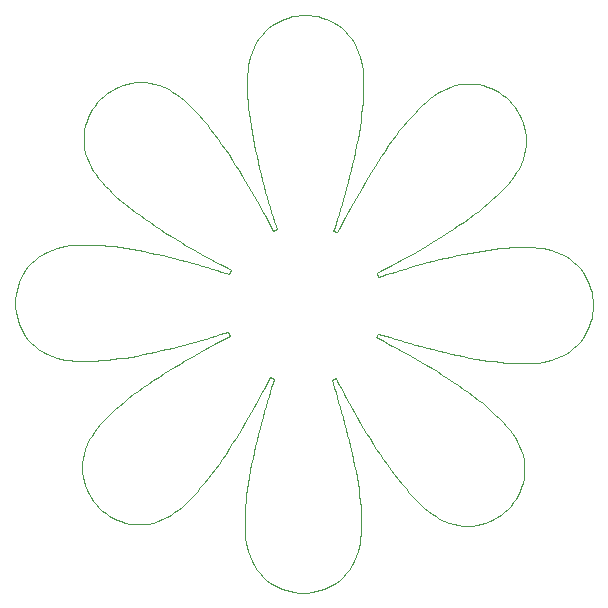
<source format=gko>
G04 #@! TF.FileFunction,Profile,NP*
%FSLAX46Y46*%
G04 Gerber Fmt 4.6, Leading zero omitted, Abs format (unit mm)*
G04 Created by KiCad (PCBNEW (2015-11-24 BZR 6329)-product) date Wed 06 Apr 2016 07:53:13 PM EDT*
%MOMM*%
G01*
G04 APERTURE LIST*
%ADD10C,0.100000*%
G04 APERTURE END LIST*
D10*
X174926700Y-54190700D02*
X174926700Y-54190700D01*
X175296900Y-54204400D02*
X174926700Y-54190700D01*
X175665300Y-54245500D02*
X175296900Y-54204400D01*
X176030000Y-54314300D02*
X175665300Y-54245500D01*
X176389200Y-54410500D02*
X176030000Y-54314300D01*
X176740800Y-54534200D02*
X176389200Y-54410500D01*
X177083200Y-54685300D02*
X176740800Y-54534200D01*
X177414400Y-54863900D02*
X177083200Y-54685300D01*
X177732500Y-55070000D02*
X177414400Y-54863900D01*
X178035700Y-55303600D02*
X177732500Y-55070000D01*
X178322100Y-55564600D02*
X178035700Y-55303600D01*
X178589800Y-55853200D02*
X178322100Y-55564600D01*
X178837100Y-56169200D02*
X178589800Y-55853200D01*
X179061800Y-56512800D02*
X178837100Y-56169200D01*
X179262300Y-56883600D02*
X179061800Y-56512800D01*
X179436700Y-57282100D02*
X179262300Y-56883600D01*
X179582900Y-57708000D02*
X179436700Y-57282100D01*
X179676000Y-58063200D02*
X179582900Y-57708000D01*
X179750000Y-58441000D02*
X179676000Y-58063200D01*
X179806000Y-58840000D02*
X179750000Y-58441000D01*
X179844600Y-59258500D02*
X179806000Y-58840000D01*
X179866800Y-59694800D02*
X179844600Y-59258500D01*
X179873300Y-60147600D02*
X179866800Y-59694800D01*
X179865300Y-60615100D02*
X179873300Y-60147600D01*
X179843200Y-61096000D02*
X179865300Y-60615100D01*
X179808000Y-61588300D02*
X179843200Y-61096000D01*
X179760700Y-62090500D02*
X179808000Y-61588300D01*
X179701900Y-62601400D02*
X179760700Y-62090500D01*
X179632600Y-63118900D02*
X179701900Y-62601400D01*
X179553600Y-63641700D02*
X179632600Y-63118900D01*
X179465800Y-64168200D02*
X179553600Y-63641700D01*
X179370000Y-64696700D02*
X179465800Y-64168200D01*
X179266900Y-65225700D02*
X179370000Y-64696700D01*
X179157600Y-65753600D02*
X179266900Y-65225700D01*
X179042800Y-66278600D02*
X179157600Y-65753600D01*
X178923300Y-66799600D02*
X179042800Y-66278600D01*
X178800000Y-67314600D02*
X178923300Y-66799600D01*
X178673900Y-67821900D02*
X178800000Y-67314600D01*
X178545500Y-68320400D02*
X178673900Y-67821900D01*
X178415800Y-68808200D02*
X178545500Y-68320400D01*
X178285800Y-69283700D02*
X178415800Y-68808200D01*
X178156200Y-69745500D02*
X178285800Y-69283700D01*
X178027900Y-70191800D02*
X178156200Y-69745500D01*
X177901500Y-70621100D02*
X178027900Y-70191800D01*
X177778200Y-71031800D02*
X177901500Y-70621100D01*
X177658700Y-71422400D02*
X177778200Y-71031800D01*
X177543700Y-71791100D02*
X177658700Y-71422400D01*
X177434300Y-72136500D02*
X177543700Y-71791100D01*
X177331200Y-72456900D02*
X177434300Y-72136500D01*
X177650700Y-72602600D02*
X177331200Y-72456900D01*
X177806200Y-72298500D02*
X177650700Y-72602600D01*
X177974600Y-71972900D02*
X177806200Y-72298500D01*
X178155300Y-71627800D02*
X177974600Y-71972900D01*
X178347600Y-71264600D02*
X178155300Y-71627800D01*
X178551400Y-70885100D02*
X178347600Y-71264600D01*
X178765700Y-70491100D02*
X178551400Y-70885100D01*
X178990400Y-70084000D02*
X178765700Y-70491100D01*
X179224700Y-69665800D02*
X178990400Y-70084000D01*
X179468200Y-69237900D02*
X179224700Y-69665800D01*
X179720400Y-68802200D02*
X179468200Y-69237900D01*
X179980800Y-68360100D02*
X179720400Y-68802200D01*
X180248900Y-67913600D02*
X179980800Y-68360100D01*
X180524000Y-67464300D02*
X180248900Y-67913600D01*
X180805800Y-67013700D02*
X180524000Y-67464300D01*
X181093700Y-66563600D02*
X180805800Y-67013700D01*
X181387300Y-66115800D02*
X181093700Y-66563600D01*
X181686000Y-65671800D02*
X181387300Y-66115800D01*
X181989200Y-65233300D02*
X181686000Y-65671800D01*
X182296400Y-64802200D02*
X181989200Y-65233300D01*
X182607200Y-64379800D02*
X182296400Y-64802200D01*
X182921100Y-63968000D02*
X182607200Y-64379800D01*
X183237500Y-63568700D02*
X182921100Y-63968000D01*
X183556000Y-63183200D02*
X183237500Y-63568700D01*
X183875800Y-62813300D02*
X183556000Y-63183200D01*
X184196700Y-62460800D02*
X183875800Y-62813300D01*
X184518000Y-62127400D02*
X184196700Y-62460800D01*
X184839400Y-61814400D02*
X184518000Y-62127400D01*
X185160100Y-61524000D02*
X184839400Y-61814400D01*
X185479900Y-61257500D02*
X185160100Y-61524000D01*
X185797900Y-61016800D02*
X185479900Y-61257500D01*
X186113900Y-60803500D02*
X185797900Y-61016800D01*
X186427500Y-60619300D02*
X186113900Y-60803500D01*
X186831200Y-60420800D02*
X186427500Y-60619300D01*
X187235500Y-60261500D02*
X186831200Y-60420800D01*
X187639000Y-60140300D02*
X187235500Y-60261500D01*
X188040100Y-60055700D02*
X187639000Y-60140300D01*
X188437900Y-60006500D02*
X188040100Y-60055700D01*
X188830700Y-59991200D02*
X188437900Y-60006500D01*
X189217200Y-60008700D02*
X188830700Y-59991200D01*
X189596400Y-60057500D02*
X189217200Y-60008700D01*
X189966700Y-60136200D02*
X189596400Y-60057500D01*
X190326800Y-60243900D02*
X189966700Y-60136200D01*
X190675500Y-60378700D02*
X190326800Y-60243900D01*
X191011400Y-60539700D02*
X190675500Y-60378700D01*
X191333200Y-60725500D02*
X191011400Y-60539700D01*
X191639400Y-60934700D02*
X191333200Y-60725500D01*
X191929000Y-61166000D02*
X191639400Y-60934700D01*
X192200500Y-61418000D02*
X191929000Y-61166000D01*
X192452600Y-61689600D02*
X192200500Y-61418000D01*
X192684000Y-61979200D02*
X192452600Y-61689600D01*
X192893300Y-62285700D02*
X192684000Y-61979200D01*
X193079200Y-62607600D02*
X192893300Y-62285700D01*
X193240400Y-62943700D02*
X193079200Y-62607600D01*
X193375700Y-63292800D02*
X193240400Y-62943700D01*
X193483500Y-63653200D02*
X193375700Y-63292800D01*
X193562800Y-64023900D02*
X193483500Y-63653200D01*
X193611900Y-64403300D02*
X193562800Y-64023900D01*
X193629900Y-64790500D02*
X193611900Y-64403300D01*
X193615100Y-65183900D02*
X193629900Y-64790500D01*
X193566500Y-65582100D02*
X193615100Y-65183900D01*
X193482500Y-65983900D02*
X193566500Y-65582100D01*
X193361900Y-66387900D02*
X193482500Y-65983900D01*
X193203500Y-66792900D02*
X193361900Y-66387900D01*
X193005800Y-67197600D02*
X193203500Y-66792900D01*
X192820300Y-67514700D02*
X193005800Y-67197600D01*
X192605400Y-67834300D02*
X192820300Y-67514700D01*
X192362600Y-68156100D02*
X192605400Y-67834300D01*
X192093900Y-68479600D02*
X192362600Y-68156100D01*
X191800700Y-68804000D02*
X192093900Y-68479600D01*
X191485000Y-69129000D02*
X191800700Y-68804000D01*
X191148500Y-69454200D02*
X191485000Y-69129000D01*
X190792600Y-69778600D02*
X191148500Y-69454200D01*
X190419300Y-70102100D02*
X190792600Y-69778600D01*
X190030400Y-70423900D02*
X190419300Y-70102100D01*
X189627300Y-70743700D02*
X190030400Y-70423900D01*
X189212200Y-71060800D02*
X189627300Y-70743700D01*
X188786400Y-71374900D02*
X189212200Y-71060800D01*
X188351800Y-71685100D02*
X188786400Y-71374900D01*
X187910000Y-71991100D02*
X188351800Y-71685100D01*
X187462800Y-72292500D02*
X187910000Y-71991100D01*
X187011900Y-72588600D02*
X187462800Y-72292500D01*
X186559200Y-72878700D02*
X187011900Y-72588600D01*
X186106200Y-73162600D02*
X186559200Y-72878700D01*
X185654700Y-73439700D02*
X186106200Y-73162600D01*
X185206400Y-73709400D02*
X185654700Y-73439700D01*
X184763000Y-73971100D02*
X185206400Y-73709400D01*
X184326400Y-74224400D02*
X184763000Y-73971100D01*
X183898000Y-74468700D02*
X184326400Y-74224400D01*
X183479700Y-74703600D02*
X183898000Y-74468700D01*
X183073500Y-74928300D02*
X183479700Y-74703600D01*
X182680500Y-75142600D02*
X183073500Y-74928300D01*
X182302900Y-75345700D02*
X182680500Y-75142600D01*
X181942400Y-75537200D02*
X182302900Y-75345700D01*
X181600500Y-75716700D02*
X181942400Y-75537200D01*
X181279200Y-75883300D02*
X181600500Y-75716700D01*
X180979900Y-76036900D02*
X181279200Y-75883300D01*
X181114700Y-76361000D02*
X180979900Y-76036900D01*
X181440100Y-76255800D02*
X181114700Y-76361000D01*
X181789700Y-76144700D02*
X181440100Y-76255800D01*
X182161800Y-76028300D02*
X181789700Y-76144700D01*
X182554800Y-75907500D02*
X182161800Y-76028300D01*
X182967300Y-75783300D02*
X182554800Y-75907500D01*
X183397600Y-75656200D02*
X182967300Y-75783300D01*
X183844300Y-75527300D02*
X183397600Y-75656200D01*
X184305700Y-75397300D02*
X183844300Y-75527300D01*
X184780300Y-75267100D02*
X184305700Y-75397300D01*
X185266700Y-75137500D02*
X184780300Y-75267100D01*
X185763000Y-75009200D02*
X185266700Y-75137500D01*
X186268000Y-74883000D02*
X185763000Y-75009200D01*
X186780100Y-74760000D02*
X186268000Y-74883000D01*
X187297600Y-74640800D02*
X186780100Y-74760000D01*
X187819200Y-74526400D02*
X187297600Y-74640800D01*
X188343000Y-74417500D02*
X187819200Y-74526400D01*
X188867600Y-74314900D02*
X188343000Y-74417500D01*
X189391700Y-74219300D02*
X188867600Y-74314900D01*
X189913500Y-74131800D02*
X189391700Y-74219300D01*
X190431400Y-74053200D02*
X189913500Y-74131800D01*
X190944000Y-73984000D02*
X190431400Y-74053200D01*
X191449700Y-73925400D02*
X190944000Y-73984000D01*
X191946900Y-73878200D02*
X191449700Y-73925400D01*
X192434200Y-73842900D02*
X191946900Y-73878200D01*
X192909900Y-73820700D02*
X192434200Y-73842900D01*
X193372500Y-73812100D02*
X192909900Y-73820700D01*
X193820500Y-73818200D02*
X193372500Y-73812100D01*
X194252300Y-73839600D02*
X193820500Y-73818200D01*
X194666400Y-73877400D02*
X194252300Y-73839600D01*
X195061100Y-73932100D02*
X194666400Y-73877400D01*
X195435100Y-74004600D02*
X195061100Y-73932100D01*
X195786700Y-74096000D02*
X195435100Y-74004600D01*
X196212600Y-74241100D02*
X195786700Y-74096000D01*
X196611100Y-74414400D02*
X196212600Y-74241100D01*
X196982100Y-74613900D02*
X196611100Y-74414400D01*
X197325500Y-74837900D02*
X196982100Y-74613900D01*
X197641500Y-75084200D02*
X197325500Y-74837900D01*
X197930100Y-75351200D02*
X197641500Y-75084200D01*
X198191100Y-75636900D02*
X197930100Y-75351200D01*
X198424700Y-75939600D02*
X198191100Y-75636900D01*
X198630800Y-76257100D02*
X198424700Y-75939600D01*
X198809400Y-76587800D02*
X198630800Y-76257100D01*
X198960700Y-76929800D02*
X198809400Y-76587800D01*
X199084300Y-77281100D02*
X198960700Y-76929800D01*
X199180400Y-77640000D02*
X199084300Y-77281100D01*
X199249200Y-78004600D02*
X199180400Y-77640000D01*
X199290400Y-78372900D02*
X199249200Y-78004600D01*
X199304200Y-78743000D02*
X199290400Y-78372900D01*
X199290400Y-79113300D02*
X199304200Y-78743000D01*
X199249200Y-79481800D02*
X199290400Y-79113300D01*
X199180400Y-79846500D02*
X199249200Y-79481800D01*
X199084300Y-80205700D02*
X199180400Y-79846500D01*
X198960500Y-80557300D02*
X199084300Y-80205700D01*
X198809400Y-80899700D02*
X198960500Y-80557300D01*
X198630800Y-81230800D02*
X198809400Y-80899700D01*
X198424700Y-81549000D02*
X198630800Y-81230800D01*
X198191100Y-81852200D02*
X198424700Y-81549000D01*
X197930100Y-82138600D02*
X198191100Y-81852200D01*
X197641500Y-82406200D02*
X197930100Y-82138600D01*
X197325500Y-82653500D02*
X197641500Y-82406200D01*
X196982100Y-82878200D02*
X197325500Y-82653500D01*
X196611100Y-83078700D02*
X196982100Y-82878200D01*
X196212600Y-83253000D02*
X196611100Y-83078700D01*
X195786700Y-83399300D02*
X196212600Y-83253000D01*
X195433300Y-83491900D02*
X195786700Y-83399300D01*
X195057600Y-83565700D02*
X195433300Y-83491900D01*
X194661000Y-83621500D02*
X195057600Y-83565700D01*
X194244800Y-83660300D02*
X194661000Y-83621500D01*
X193810800Y-83682600D02*
X194244800Y-83660300D01*
X193360700Y-83689600D02*
X193810800Y-83682600D01*
X192895800Y-83681800D02*
X193360700Y-83689600D01*
X192417800Y-83660400D02*
X192895800Y-83681800D01*
X191928300Y-83626000D02*
X192417800Y-83660400D01*
X191428700Y-83579300D02*
X191928300Y-83626000D01*
X190920800Y-83521400D02*
X191428700Y-83579300D01*
X190406000Y-83452900D02*
X190920800Y-83521400D01*
X189885800Y-83374800D02*
X190406000Y-83452900D01*
X189361900Y-83288000D02*
X189885800Y-83374800D01*
X188836000Y-83193000D02*
X189361900Y-83288000D01*
X188309400Y-83091100D02*
X188836000Y-83193000D01*
X187783900Y-82982800D02*
X188309400Y-83091100D01*
X187260800Y-82868900D02*
X187783900Y-82982800D01*
X186741800Y-82750300D02*
X187260800Y-82868900D01*
X186228500Y-82627900D02*
X186741800Y-82750300D01*
X185722500Y-82502500D02*
X186228500Y-82627900D01*
X185225300Y-82374800D02*
X185722500Y-82502500D01*
X184738500Y-82246000D02*
X185225300Y-82374800D01*
X184263500Y-82116500D02*
X184738500Y-82246000D01*
X183802100Y-81987300D02*
X184263500Y-82116500D01*
X183355700Y-81859400D02*
X183802100Y-81987300D01*
X182926000Y-81733300D02*
X183355700Y-81859400D01*
X182514400Y-81610100D02*
X182926000Y-81733300D01*
X182122800Y-81490500D02*
X182514400Y-81610100D01*
X181752300Y-81375400D02*
X182122800Y-81490500D01*
X181404800Y-81265700D02*
X181752300Y-81375400D01*
X181081900Y-81161900D02*
X181404800Y-81265700D01*
X180945000Y-81493700D02*
X181081900Y-81161900D01*
X181251800Y-81651000D02*
X180945000Y-81493700D01*
X181579300Y-81820800D02*
X181251800Y-81651000D01*
X181926000Y-82002600D02*
X181579300Y-81820800D01*
X182290000Y-82196100D02*
X181926000Y-82002600D01*
X182670000Y-82400400D02*
X182290000Y-82196100D01*
X183064200Y-82615400D02*
X182670000Y-82400400D01*
X183470800Y-82840300D02*
X183064200Y-82615400D01*
X183888300Y-83074800D02*
X183470800Y-82840300D01*
X184315000Y-83318300D02*
X183888300Y-83074800D01*
X184749300Y-83570300D02*
X184315000Y-83318300D01*
X185189600Y-83830100D02*
X184749300Y-83570300D01*
X185634000Y-84097600D02*
X185189600Y-83830100D01*
X186081100Y-84372100D02*
X185634000Y-84097600D01*
X186529200Y-84653000D02*
X186081100Y-84372100D01*
X186976500Y-84939900D02*
X186529200Y-84653000D01*
X187421500Y-85232200D02*
X186976500Y-84939900D01*
X187862500Y-85529600D02*
X187421500Y-85232200D01*
X188297800Y-85831400D02*
X187862500Y-85529600D01*
X188726000Y-86137200D02*
X188297800Y-85831400D01*
X189145000Y-86446500D02*
X188726000Y-86137200D01*
X189553600Y-86758600D02*
X189145000Y-86446500D01*
X189949800Y-87073200D02*
X189553600Y-86758600D01*
X190332200Y-87389800D02*
X189949800Y-87073200D01*
X190699000Y-87707900D02*
X190332200Y-87389800D01*
X191048600Y-88026800D02*
X190699000Y-87707900D01*
X191379300Y-88346200D02*
X191048600Y-88026800D01*
X191689600Y-88665500D02*
X191379300Y-88346200D01*
X191977800Y-88984200D02*
X191689600Y-88665500D01*
X192241900Y-89301900D02*
X191977800Y-88984200D01*
X192480800Y-89617900D02*
X192241900Y-89301900D01*
X192692500Y-89931900D02*
X192480800Y-89617900D01*
X192875500Y-90243300D02*
X192692500Y-89931900D01*
X193074000Y-90647100D02*
X192875500Y-90243300D01*
X193233200Y-91051400D02*
X193074000Y-90647100D01*
X193354400Y-91454800D02*
X193233200Y-91051400D01*
X193439000Y-91856000D02*
X193354400Y-91454800D01*
X193488300Y-92253700D02*
X193439000Y-91856000D01*
X193503600Y-92646500D02*
X193488300Y-92253700D01*
X193486100Y-93033200D02*
X193503600Y-92646500D01*
X193437400Y-93412340D02*
X193486100Y-93033200D01*
X193358500Y-93782610D02*
X193437400Y-93412340D01*
X193251000Y-94142790D02*
X193358500Y-93782610D01*
X193116000Y-94491490D02*
X193251000Y-94142790D01*
X192955000Y-94827420D02*
X193116000Y-94491490D01*
X192769200Y-95149200D02*
X192955000Y-94827420D01*
X192560000Y-95455570D02*
X192769200Y-95149200D01*
X192328700Y-95745170D02*
X192560000Y-95455570D01*
X192076700Y-96016710D02*
X192328700Y-95745170D01*
X191805100Y-96268780D02*
X192076700Y-96016710D01*
X191515500Y-96500170D02*
X191805100Y-96268780D01*
X191209000Y-96709530D02*
X191515500Y-96500170D01*
X190887100Y-96895460D02*
X191209000Y-96709530D01*
X190551000Y-97056700D02*
X190887100Y-96895460D01*
X190202100Y-97191950D02*
X190551000Y-97056700D01*
X189841500Y-97299860D02*
X190202100Y-97191950D01*
X189470800Y-97379070D02*
X189841500Y-97299860D01*
X189091400Y-97428280D02*
X189470800Y-97379070D01*
X188704200Y-97446240D02*
X189091400Y-97428280D01*
X188310800Y-97431490D02*
X188704200Y-97446240D01*
X187912600Y-97382820D02*
X188310800Y-97431490D01*
X187510800Y-97298890D02*
X187912600Y-97382820D01*
X187106800Y-97178280D02*
X187510800Y-97298890D01*
X186701800Y-97019810D02*
X187106800Y-97178280D01*
X186297200Y-96822100D02*
X186701800Y-97019810D01*
X185984400Y-96639320D02*
X186297200Y-96822100D01*
X185669000Y-96427740D02*
X185984400Y-96639320D01*
X185351500Y-96188970D02*
X185669000Y-96427740D01*
X185032400Y-95924750D02*
X185351500Y-96188970D01*
X184712200Y-95636670D02*
X185032400Y-95924750D01*
X184391400Y-95326450D02*
X184712200Y-95636670D01*
X184070400Y-94995670D02*
X184391400Y-95326450D01*
X183750000Y-94646000D02*
X184070400Y-94995670D01*
X183430400Y-94279140D02*
X183750000Y-94646000D01*
X183112400Y-93896710D02*
X183430400Y-94279140D01*
X182796200Y-93500430D02*
X183112400Y-93896710D01*
X182482500Y-93091900D02*
X182796200Y-93500430D01*
X182171900Y-92672800D02*
X182482500Y-93091900D01*
X181864700Y-92244800D02*
X182171900Y-92672800D01*
X181561500Y-91809500D02*
X181864700Y-92244800D01*
X181262800Y-91368600D02*
X181561500Y-91809500D01*
X180969200Y-90923800D02*
X181262800Y-91368600D01*
X180681000Y-90476700D02*
X180969200Y-90923800D01*
X180398900Y-90028900D02*
X180681000Y-90476700D01*
X180123300Y-89582300D02*
X180398900Y-90028900D01*
X179854900Y-89138200D02*
X180123300Y-89582300D01*
X179593900Y-88698600D02*
X179854900Y-89138200D01*
X179341100Y-88265000D02*
X179593900Y-88698600D01*
X179096800Y-87838900D02*
X179341100Y-88265000D01*
X178861700Y-87422200D02*
X179096800Y-87838900D01*
X178636100Y-87016500D02*
X178861700Y-87422200D01*
X178420700Y-86623600D02*
X178636100Y-87016500D01*
X178216000Y-86244700D02*
X178420700Y-86623600D01*
X178022200Y-85881900D02*
X178216000Y-86244700D01*
X177840300Y-85536800D02*
X178022200Y-85881900D01*
X177670400Y-85210800D02*
X177840300Y-85536800D01*
X177513200Y-84906000D02*
X177670400Y-85210800D01*
X177173700Y-85051700D02*
X177513200Y-84906000D01*
X177280300Y-85383500D02*
X177173700Y-85051700D01*
X177392200Y-85738200D02*
X177280300Y-85383500D01*
X177508900Y-86114200D02*
X177392200Y-85738200D01*
X177629600Y-86510100D02*
X177508900Y-86114200D01*
X177753500Y-86924300D02*
X177629600Y-86510100D01*
X177879700Y-87355400D02*
X177753500Y-86924300D01*
X178007500Y-87801900D02*
X177879700Y-87355400D01*
X178136000Y-88262400D02*
X178007500Y-87801900D01*
X178264600Y-88735100D02*
X178136000Y-88262400D01*
X178392400Y-89218900D02*
X178264600Y-88735100D01*
X178518600Y-89712000D02*
X178392400Y-89218900D01*
X178642400Y-90213100D02*
X178518600Y-89712000D01*
X178763000Y-90720600D02*
X178642400Y-90213100D01*
X178879600Y-91233000D02*
X178763000Y-90720600D01*
X178991500Y-91748900D02*
X178879600Y-91233000D01*
X179097900Y-92266800D02*
X178991500Y-91748900D01*
X179197900Y-92785200D02*
X179097900Y-92266800D01*
X179290800Y-93302460D02*
X179197900Y-92785200D01*
X179375700Y-93817280D02*
X179290800Y-93302460D01*
X179451900Y-94328070D02*
X179375700Y-93817280D01*
X179518700Y-94833390D02*
X179451900Y-94328070D01*
X179575100Y-95331770D02*
X179518700Y-94833390D01*
X179620400Y-95821610D02*
X179575100Y-95331770D01*
X179653900Y-96301490D02*
X179620400Y-95821610D01*
X179674700Y-96769970D02*
X179653900Y-96301490D01*
X179682100Y-97225480D02*
X179674700Y-96769970D01*
X179675100Y-97666500D02*
X179682100Y-97225480D01*
X179653200Y-98091640D02*
X179675100Y-97666500D01*
X179615300Y-98499410D02*
X179653200Y-98091640D01*
X179560800Y-98888180D02*
X179615300Y-98499410D01*
X179488900Y-99256630D02*
X179560800Y-98888180D01*
X179398900Y-99603140D02*
X179488900Y-99256630D01*
X179253600Y-100029030D02*
X179398900Y-99603140D01*
X179080300Y-100427520D02*
X179253600Y-100029030D01*
X178880800Y-100798500D02*
X179080300Y-100427520D01*
X178656900Y-101141990D02*
X178880800Y-100798500D01*
X178410500Y-101458020D02*
X178656900Y-101141990D01*
X178143600Y-101746530D02*
X178410500Y-101458020D01*
X177857800Y-102007600D02*
X178143600Y-101746530D01*
X177555300Y-102241161D02*
X177857800Y-102007600D01*
X177237600Y-102447269D02*
X177555300Y-102241161D01*
X176906900Y-102625872D02*
X177237600Y-102447269D01*
X176565000Y-102777022D02*
X176906900Y-102625872D01*
X176213600Y-102900667D02*
X176565000Y-102777022D01*
X175854700Y-102996857D02*
X176213600Y-102900667D01*
X175490100Y-103065542D02*
X175854700Y-102996857D01*
X175121900Y-103106775D02*
X175490100Y-103065542D01*
X174751700Y-103120501D02*
X175121900Y-103106775D01*
X174381400Y-103106721D02*
X174751700Y-103120501D01*
X174013000Y-103065542D02*
X174381400Y-103106721D01*
X173648200Y-102996803D02*
X174013000Y-103065542D01*
X173289200Y-102900667D02*
X173648200Y-102996803D01*
X172937400Y-102776968D02*
X173289200Y-102900667D01*
X172595100Y-102625818D02*
X172937400Y-102776968D01*
X172263900Y-102447215D02*
X172595100Y-102625818D01*
X171945800Y-102241107D02*
X172263900Y-102447215D01*
X171642600Y-102007550D02*
X171945800Y-102241107D01*
X171356200Y-101746470D02*
X171642600Y-102007550D01*
X171088500Y-101457960D02*
X171356200Y-101746470D01*
X170841200Y-101141930D02*
X171088500Y-101457960D01*
X170616500Y-100798450D02*
X170841200Y-101141930D01*
X170416000Y-100427460D02*
X170616500Y-100798450D01*
X170241700Y-100029030D02*
X170416000Y-100427460D01*
X170095400Y-99603140D02*
X170241700Y-100029030D01*
X170004000Y-99254890D02*
X170095400Y-99603140D01*
X169931000Y-98884600D02*
X170004000Y-99254890D01*
X169875400Y-98493820D02*
X169931000Y-98884600D01*
X169836400Y-98083990D02*
X169875400Y-98493820D01*
X169813500Y-97656680D02*
X169836400Y-98083990D01*
X169805700Y-97213380D02*
X169813500Y-97656680D01*
X169812100Y-96755590D02*
X169805700Y-97213380D01*
X169832200Y-96284840D02*
X169812100Y-96755590D01*
X169864900Y-95802630D02*
X169832200Y-96284840D01*
X169909600Y-95310450D02*
X169864900Y-95802630D01*
X169965300Y-94809790D02*
X169909600Y-95310450D01*
X170031400Y-94302200D02*
X169965300Y-94809790D01*
X170107100Y-93789230D02*
X170031400Y-94302200D01*
X170191400Y-93272310D02*
X170107100Y-93789230D01*
X170283700Y-92752900D02*
X170191400Y-93272310D01*
X170383200Y-92232700D02*
X170283700Y-92752900D01*
X170488900Y-91713100D02*
X170383200Y-92232700D01*
X170600300Y-91195600D02*
X170488900Y-91713100D01*
X170716200Y-90681600D02*
X170600300Y-91195600D01*
X170836200Y-90172900D02*
X170716200Y-90681600D01*
X170959400Y-89670800D02*
X170836200Y-90172900D01*
X171085000Y-89176800D02*
X170959400Y-89670800D01*
X171211900Y-88692500D02*
X171085000Y-89176800D01*
X171339700Y-88219300D02*
X171211900Y-88692500D01*
X171467500Y-87758900D02*
X171339700Y-88219300D01*
X171594400Y-87312500D02*
X171467500Y-87758900D01*
X171719600Y-86881900D02*
X171594400Y-87312500D01*
X171842500Y-86468600D02*
X171719600Y-86881900D01*
X171962100Y-86073900D02*
X171842500Y-86468600D01*
X172077600Y-85699400D02*
X171962100Y-86073900D01*
X172188300Y-85346800D02*
X172077600Y-85699400D01*
X172293300Y-85017200D02*
X172188300Y-85346800D01*
X171947200Y-84869000D02*
X172293300Y-85017200D01*
X171786700Y-85180700D02*
X171947200Y-84869000D01*
X171614000Y-85512100D02*
X171786700Y-85180700D01*
X171429800Y-85861400D02*
X171614000Y-85512100D01*
X171234400Y-86227300D02*
X171429800Y-85861400D01*
X171028600Y-86608000D02*
X171234400Y-86227300D01*
X170812600Y-87002100D02*
X171028600Y-86608000D01*
X170587100Y-87407800D02*
X170812600Y-87002100D01*
X170352400Y-87823700D02*
X170587100Y-87407800D01*
X170109000Y-88248000D02*
X170352400Y-87823700D01*
X169857500Y-88679300D02*
X170109000Y-88248000D01*
X169598300Y-89115800D02*
X169857500Y-88679300D01*
X169331900Y-89556200D02*
X169598300Y-89115800D01*
X169058900Y-89998500D02*
X169331900Y-89556200D01*
X168779600Y-90441500D02*
X169058900Y-89998500D01*
X168494700Y-90883500D02*
X168779600Y-90441500D01*
X168204400Y-91322800D02*
X168494700Y-90883500D01*
X167909600Y-91757800D02*
X168204400Y-91322800D01*
X167610400Y-92187000D02*
X167909600Y-91757800D01*
X167307600Y-92608800D02*
X167610400Y-92187000D01*
X167001400Y-93021500D02*
X167307600Y-92608800D01*
X166692500Y-93423730D02*
X167001400Y-93021500D01*
X166381200Y-93813640D02*
X166692500Y-93423730D01*
X166068300Y-94189840D02*
X166381200Y-93813640D01*
X165754000Y-94550630D02*
X166068300Y-94189840D01*
X165438900Y-94894430D02*
X165754000Y-94550630D01*
X165123300Y-95219680D02*
X165438900Y-94894430D01*
X164808000Y-95524740D02*
X165123300Y-95219680D01*
X164493500Y-95808000D02*
X164808000Y-95524740D01*
X164179900Y-96067990D02*
X164493500Y-95808000D01*
X163868000Y-96303020D02*
X164179900Y-96067990D01*
X163558200Y-96511450D02*
X163868000Y-96303020D01*
X163251000Y-96691850D02*
X163558200Y-96511450D01*
X162847100Y-96890310D02*
X163251000Y-96691850D01*
X162442800Y-97049540D02*
X162847100Y-96890310D01*
X162039400Y-97170790D02*
X162442800Y-97049540D01*
X161638200Y-97255380D02*
X162039400Y-97170790D01*
X161240500Y-97304640D02*
X161638200Y-97255380D01*
X160847700Y-97319880D02*
X161240500Y-97304640D01*
X160461100Y-97302460D02*
X160847700Y-97319880D01*
X160081990Y-97253640D02*
X160461100Y-97302460D01*
X159711710Y-97174810D02*
X160081990Y-97253640D01*
X159351520Y-97067280D02*
X159711710Y-97174810D01*
X159002840Y-96932350D02*
X159351520Y-97067280D01*
X158666950Y-96771320D02*
X159002840Y-96932350D01*
X158345230Y-96585560D02*
X158666950Y-96771320D01*
X158038860Y-96376420D02*
X158345230Y-96585560D01*
X157749310Y-96145130D02*
X158038860Y-96376420D01*
X157477820Y-95893070D02*
X157749310Y-96145130D01*
X157225710Y-95621530D02*
X157477820Y-95893070D01*
X156994360Y-95331880D02*
X157225710Y-95621530D01*
X156785060Y-95025390D02*
X156994360Y-95331880D01*
X156599130Y-94703460D02*
X156785060Y-95025390D01*
X156437890Y-94367350D02*
X156599130Y-94703460D01*
X156302700Y-94018390D02*
X156437890Y-94367350D01*
X156194840Y-93657930D02*
X156302700Y-94018390D01*
X156115630Y-93287280D02*
X156194840Y-93657930D01*
X156066360Y-92907700D02*
X156115630Y-93287280D01*
X156048460Y-92520600D02*
X156066360Y-92907700D01*
X156063210Y-92127300D02*
X156048460Y-92520600D01*
X156111880Y-91729100D02*
X156063210Y-92127300D01*
X156195860Y-91327300D02*
X156111880Y-91729100D01*
X156316420Y-90923200D02*
X156195860Y-91327300D01*
X156474890Y-90518200D02*
X156316420Y-90923200D01*
X156672640Y-90113600D02*
X156474890Y-90518200D01*
X156854240Y-89802700D02*
X156672640Y-90113600D01*
X157064360Y-89489200D02*
X156854240Y-89802700D01*
X157301340Y-89173600D02*
X157064360Y-89489200D01*
X157563600Y-88856200D02*
X157301340Y-89173600D01*
X157849520Y-88537900D02*
X157563600Y-88856200D01*
X158157410Y-88218900D02*
X157849520Y-88537900D01*
X158485680Y-87899900D02*
X158157410Y-88218900D01*
X158832640Y-87581100D02*
X158485680Y-87899900D01*
X159196740Y-87263300D02*
X158832640Y-87581100D01*
X159576350Y-86946800D02*
X159196740Y-87263300D01*
X159969740Y-86632400D02*
X159576350Y-86946800D01*
X160375300Y-86320100D02*
X159969740Y-86632400D01*
X160791600Y-86011000D02*
X160375300Y-86320100D01*
X161216700Y-85705100D02*
X160791600Y-86011000D01*
X161649200Y-85403000D02*
X161216700Y-85705100D01*
X162087300Y-85105500D02*
X161649200Y-85403000D01*
X162529500Y-84813000D02*
X162087300Y-85105500D01*
X162974200Y-84525800D02*
X162529500Y-84813000D01*
X163419600Y-84244400D02*
X162974200Y-84525800D01*
X163864200Y-83969600D02*
X163419600Y-84244400D01*
X164306200Y-83701700D02*
X163864200Y-83969600D01*
X164744300Y-83441100D02*
X164306200Y-83701700D01*
X165176700Y-83188500D02*
X164744300Y-83441100D01*
X165601500Y-82944300D02*
X165176700Y-83188500D01*
X166017500Y-82708900D02*
X165601500Y-82944300D01*
X166422800Y-82483200D02*
X166017500Y-82708900D01*
X166815800Y-82267200D02*
X166422800Y-82483200D01*
X167195000Y-82061800D02*
X166815800Y-82267200D01*
X167558600Y-81867200D02*
X167195000Y-82061800D01*
X167905100Y-81684200D02*
X167558600Y-81867200D01*
X168232800Y-81512900D02*
X167905100Y-81684200D01*
X168540100Y-81354300D02*
X168232800Y-81512900D01*
X168403200Y-81003500D02*
X168540100Y-81354300D01*
X168069300Y-81110300D02*
X168403200Y-81003500D01*
X167713000Y-81222500D02*
X168069300Y-81110300D01*
X167335800Y-81339300D02*
X167713000Y-81222500D01*
X166939200Y-81460000D02*
X167335800Y-81339300D01*
X166524300Y-81583600D02*
X166939200Y-81460000D01*
X166092900Y-81709600D02*
X166524300Y-81583600D01*
X165646500Y-81836900D02*
X166092900Y-81709600D01*
X165186500Y-81965000D02*
X165646500Y-81836900D01*
X164714300Y-82093000D02*
X165186500Y-81965000D01*
X164231500Y-82220100D02*
X164714300Y-82093000D01*
X163739400Y-82345700D02*
X164231500Y-82220100D01*
X163239700Y-82468700D02*
X163739400Y-82345700D01*
X162733700Y-82588500D02*
X163239700Y-82468700D01*
X162222900Y-82704300D02*
X162733700Y-82588500D01*
X161708800Y-82815400D02*
X162222900Y-82704300D01*
X161192900Y-82921000D02*
X161708800Y-82815400D01*
X160676700Y-83020000D02*
X161192900Y-82921000D01*
X160161530Y-83112100D02*
X160676700Y-83020000D01*
X159648930Y-83196200D02*
X160161530Y-83112100D01*
X159140480Y-83271700D02*
X159648930Y-83196200D01*
X158637490Y-83337600D02*
X159140480Y-83271700D01*
X158141560Y-83393300D02*
X158637490Y-83337600D01*
X157654090Y-83438000D02*
X158141560Y-83393300D01*
X157176610Y-83471000D02*
X157654090Y-83438000D01*
X156710520Y-83491200D02*
X157176610Y-83471000D01*
X156257340Y-83498200D02*
X156710520Y-83491200D01*
X155818530Y-83491000D02*
X156257340Y-83498200D01*
X155395570Y-83468900D02*
X155818530Y-83491000D01*
X154989980Y-83431000D02*
X155395570Y-83468900D01*
X154603100Y-83376500D02*
X154989980Y-83431000D01*
X154236560Y-83304800D02*
X154603100Y-83376500D01*
X153891720Y-83215300D02*
X154236560Y-83304800D01*
X153465780Y-83070000D02*
X153891720Y-83215300D01*
X153067280Y-82896700D02*
X153465780Y-83070000D01*
X152696310Y-82697200D02*
X153067280Y-82896700D01*
X152352820Y-82473300D02*
X152696310Y-82697200D01*
X152036790Y-82226900D02*
X152352820Y-82473300D01*
X151748280Y-81959800D02*
X152036790Y-82226900D01*
X151487210Y-81674200D02*
X151748280Y-81959800D01*
X151253593Y-81371700D02*
X151487210Y-81674200D01*
X151047539Y-81054000D02*
X151253593Y-81371700D01*
X150868882Y-80723300D02*
X151047539Y-81054000D01*
X150717732Y-80381200D02*
X150868882Y-80723300D01*
X150594089Y-80030000D02*
X150717732Y-80381200D01*
X150497897Y-79671100D02*
X150594089Y-80030000D01*
X150429212Y-79306500D02*
X150497897Y-79671100D01*
X150387979Y-78938200D02*
X150429212Y-79306500D01*
X150374253Y-78568000D02*
X150387979Y-78938200D01*
X150387979Y-78197800D02*
X150374253Y-78568000D01*
X150429212Y-77829300D02*
X150387979Y-78197800D01*
X150497897Y-77464600D02*
X150429212Y-77829300D01*
X150594089Y-77105400D02*
X150497897Y-77464600D01*
X150717786Y-76753700D02*
X150594089Y-77105400D01*
X150868882Y-76411400D02*
X150717786Y-76753700D01*
X151047539Y-76080300D02*
X150868882Y-76411400D01*
X151253647Y-75762100D02*
X151047539Y-76080300D01*
X151487210Y-75458900D02*
X151253647Y-75762100D01*
X151748280Y-75172500D02*
X151487210Y-75458900D01*
X152036790Y-74904900D02*
X151748280Y-75172500D01*
X152352820Y-74657600D02*
X152036790Y-74904900D01*
X152696310Y-74432900D02*
X152352820Y-74657600D01*
X153067280Y-74232500D02*
X152696310Y-74432900D01*
X153465780Y-74058000D02*
X153067280Y-74232500D01*
X153891720Y-73911800D02*
X153465780Y-74058000D01*
X154241770Y-73820000D02*
X153891720Y-73911800D01*
X154614060Y-73746700D02*
X154241770Y-73820000D01*
X155007020Y-73691000D02*
X154614060Y-73746700D01*
X155419070Y-73652100D02*
X155007020Y-73691000D01*
X155848810Y-73629300D02*
X155419070Y-73652100D01*
X156294610Y-73621800D02*
X155848810Y-73629300D01*
X156754950Y-73628600D02*
X156294610Y-73621800D01*
X157228360Y-73649200D02*
X156754950Y-73628600D01*
X157713220Y-73682500D02*
X157228360Y-73649200D01*
X158208070Y-73727900D02*
X157713220Y-73682500D01*
X158711380Y-73784300D02*
X158208070Y-73727900D01*
X159221590Y-73851200D02*
X158711380Y-73784300D01*
X159737160Y-73927800D02*
X159221590Y-73851200D01*
X160256570Y-74013000D02*
X159737160Y-73927800D01*
X160778300Y-74106200D02*
X160256570Y-74013000D01*
X161300900Y-74206700D02*
X160778300Y-74106200D01*
X161822700Y-74313300D02*
X161300900Y-74206700D01*
X162342200Y-74425500D02*
X161822700Y-74313300D01*
X162857900Y-74542500D02*
X162342200Y-74425500D01*
X163368300Y-74663300D02*
X162857900Y-74542500D01*
X163871900Y-74787200D02*
X163368300Y-74663300D01*
X164367100Y-74913500D02*
X163871900Y-74787200D01*
X164852400Y-75041200D02*
X164367100Y-74913500D01*
X165326100Y-75169600D02*
X164852400Y-75041200D01*
X165786900Y-75297800D02*
X165326100Y-75169600D01*
X166233300Y-75425100D02*
X165786900Y-75297800D01*
X166663600Y-75550700D02*
X166233300Y-75425100D01*
X167076400Y-75673600D02*
X166663600Y-75550700D01*
X167470000Y-75793200D02*
X167076400Y-75673600D01*
X167843000Y-75908600D02*
X167470000Y-75793200D01*
X168193900Y-76019000D02*
X167843000Y-75908600D01*
X168521100Y-76123600D02*
X168193900Y-76019000D01*
X168678000Y-75789700D02*
X168521100Y-76123600D01*
X168368600Y-75630700D02*
X168678000Y-75789700D01*
X168039200Y-75459400D02*
X168368600Y-75630700D01*
X167691000Y-75276400D02*
X168039200Y-75459400D01*
X167326000Y-75081900D02*
X167691000Y-75276400D01*
X166945500Y-74876800D02*
X167326000Y-75081900D01*
X166551400Y-74661200D02*
X166945500Y-74876800D01*
X166145100Y-74436000D02*
X166551400Y-74661200D01*
X165728600Y-74201400D02*
X166145100Y-74436000D01*
X165303000Y-73957900D02*
X165728600Y-74201400D01*
X164870300Y-73706100D02*
X165303000Y-73957900D01*
X164431900Y-73446700D02*
X164870300Y-73706100D01*
X163989700Y-73179700D02*
X164431900Y-73446700D01*
X163545000Y-72906000D02*
X163989700Y-73179700D01*
X163099600Y-72626000D02*
X163545000Y-72906000D01*
X162655000Y-72340000D02*
X163099600Y-72626000D01*
X162213000Y-72048700D02*
X162655000Y-72340000D01*
X161775000Y-71752600D02*
X162213000Y-72048700D01*
X161342800Y-71452200D02*
X161775000Y-71752600D01*
X160918000Y-71147900D02*
X161342800Y-71452200D01*
X160502200Y-70840300D02*
X160918000Y-71147900D01*
X160096960Y-70529900D02*
X160502200Y-70840300D01*
X159703950Y-70216900D02*
X160096960Y-70529900D01*
X159324820Y-69902100D02*
X159703950Y-70216900D01*
X158961110Y-69586100D02*
X159324820Y-69902100D01*
X158614490Y-69269000D02*
X158961110Y-69586100D01*
X158286630Y-68951700D02*
X158614490Y-69269000D01*
X157979070Y-68634400D02*
X158286630Y-68951700D01*
X157693430Y-68317800D02*
X157979070Y-68634400D01*
X157431380Y-68002400D02*
X157693430Y-68317800D01*
X157194520Y-67688300D02*
X157431380Y-68002400D01*
X156984500Y-67376500D02*
X157194520Y-67688300D01*
X156802910Y-67067300D02*
X156984500Y-67376500D01*
X156604390Y-66663500D02*
X156802910Y-67067300D01*
X156445160Y-66259200D02*
X156604390Y-66663500D01*
X156323910Y-65855700D02*
X156445160Y-66259200D01*
X156239320Y-65454600D02*
X156323910Y-65855700D01*
X156190060Y-65056800D02*
X156239320Y-65454600D01*
X156174820Y-64664000D02*
X156190060Y-65056800D01*
X156192280Y-64277500D02*
X156174820Y-64664000D01*
X156241060Y-63898300D02*
X156192280Y-64277500D01*
X156319890Y-63528000D02*
X156241060Y-63898300D01*
X156427420Y-63167900D02*
X156319890Y-63528000D01*
X156562410Y-62819300D02*
X156427420Y-63167900D01*
X156723380Y-62483300D02*
X156562410Y-62819300D01*
X156909140Y-62161500D02*
X156723380Y-62483300D01*
X157118340Y-61855300D02*
X156909140Y-62161500D01*
X157349630Y-61565700D02*
X157118340Y-61855300D01*
X157601680Y-61294200D02*
X157349630Y-61565700D01*
X157873170Y-61042100D02*
X157601680Y-61294200D01*
X158162820Y-60810700D02*
X157873170Y-61042100D01*
X158469310Y-60601400D02*
X158162820Y-60810700D01*
X158791240Y-60415500D02*
X158469310Y-60601400D01*
X159127350Y-60254300D02*
X158791240Y-60415500D01*
X159476310Y-60119000D02*
X159127350Y-60254300D01*
X159836820Y-60011200D02*
X159476310Y-60119000D01*
X160207470Y-59931900D02*
X159836820Y-60011200D01*
X160587000Y-59882800D02*
X160207470Y-59931900D01*
X160974100Y-59864800D02*
X160587000Y-59882800D01*
X161367500Y-59879600D02*
X160974100Y-59864800D01*
X161765700Y-59928300D02*
X161367500Y-59879600D01*
X162167500Y-60012200D02*
X161765700Y-59928300D01*
X162571600Y-60132800D02*
X162167500Y-60012200D01*
X162976600Y-60291200D02*
X162571600Y-60132800D01*
X163381300Y-60489000D02*
X162976600Y-60291200D01*
X163696400Y-60673300D02*
X163381300Y-60489000D01*
X164014200Y-60886700D02*
X163696400Y-60673300D01*
X164334200Y-61127600D02*
X164014200Y-60886700D01*
X164655500Y-61394400D02*
X164334200Y-61127600D01*
X164978200Y-61685300D02*
X164655500Y-61394400D01*
X165301400Y-61998600D02*
X164978200Y-61685300D01*
X165624600Y-62332600D02*
X165301400Y-61998600D01*
X165947200Y-62685700D02*
X165624600Y-62332600D01*
X166268900Y-63056100D02*
X165947200Y-62685700D01*
X166589200Y-63442100D02*
X166268900Y-63056100D01*
X166907200Y-63842100D02*
X166589200Y-63442100D01*
X167222800Y-64254300D02*
X166907200Y-63842100D01*
X167535300Y-64677200D02*
X167222800Y-64254300D01*
X167844300Y-65108700D02*
X167535300Y-64677200D01*
X168149000Y-65547600D02*
X167844300Y-65108700D01*
X168449200Y-65992100D02*
X168149000Y-65547600D01*
X168744200Y-66440100D02*
X168449200Y-65992100D01*
X169033500Y-66890400D02*
X168744200Y-66440100D01*
X169316500Y-67341100D02*
X169033500Y-66890400D01*
X169592900Y-67790400D02*
X169316500Y-67341100D01*
X169862100Y-68236800D02*
X169592900Y-67790400D01*
X170123500Y-68678600D02*
X169862100Y-68236800D01*
X170376500Y-69113900D02*
X170123500Y-68678600D01*
X170620800Y-69541200D02*
X170376500Y-69113900D01*
X170855800Y-69958700D02*
X170620800Y-69541200D01*
X171081000Y-70364800D02*
X170855800Y-69958700D01*
X171295700Y-70757800D02*
X171081000Y-70364800D01*
X171499600Y-71136000D02*
X171295700Y-70757800D01*
X171692100Y-71497500D02*
X171499600Y-71136000D01*
X171872600Y-71840800D02*
X171692100Y-71497500D01*
X172040800Y-72164300D02*
X171872600Y-71840800D01*
X172196000Y-72466200D02*
X172040800Y-72164300D01*
X172531800Y-72340500D02*
X172196000Y-72466200D01*
X172426200Y-72012900D02*
X172531800Y-72340500D01*
X172314700Y-71661700D02*
X172426200Y-72012900D01*
X172198200Y-71288200D02*
X172314700Y-71661700D01*
X172077500Y-70894200D02*
X172198200Y-71288200D01*
X171953300Y-70481100D02*
X172077500Y-70894200D01*
X171826500Y-70050500D02*
X171953300Y-70481100D01*
X171698000Y-69603900D02*
X171826500Y-70050500D01*
X171568500Y-69142800D02*
X171698000Y-69603900D01*
X171438700Y-68668700D02*
X171568500Y-69142800D01*
X171309700Y-68183300D02*
X171438700Y-68668700D01*
X171182100Y-67687900D02*
X171309700Y-68183300D01*
X171056700Y-67184300D02*
X171182100Y-67687900D01*
X170934400Y-66673600D02*
X171056700Y-67184300D01*
X170816100Y-66157800D02*
X170934400Y-66673600D01*
X170702500Y-65638200D02*
X170816100Y-66157800D01*
X170594300Y-65116400D02*
X170702500Y-65638200D01*
X170492600Y-64593700D02*
X170594300Y-65116400D01*
X170397900Y-64071900D02*
X170492600Y-64593700D01*
X170311200Y-63552500D02*
X170397900Y-64071900D01*
X170233500Y-63036900D02*
X170311200Y-63552500D01*
X170165100Y-62526700D02*
X170233500Y-63036900D01*
X170107200Y-62023500D02*
X170165100Y-62526700D01*
X170060500Y-61528600D02*
X170107200Y-62023500D01*
X170025800Y-61043700D02*
X170060500Y-61528600D01*
X170004200Y-60570500D02*
X170025800Y-61043700D01*
X169996000Y-60110100D02*
X170004200Y-60570500D01*
X170002400Y-59664400D02*
X169996000Y-60110100D01*
X170023900Y-59235000D02*
X170002400Y-59664400D01*
X170061700Y-58822900D02*
X170023900Y-59235000D01*
X170116200Y-58430100D02*
X170061700Y-58822900D01*
X170188600Y-58057900D02*
X170116200Y-58430100D01*
X170279600Y-57708000D02*
X170188600Y-58057900D01*
X170424700Y-57282100D02*
X170279600Y-57708000D01*
X170598000Y-56883600D02*
X170424700Y-57282100D01*
X170797600Y-56512800D02*
X170598000Y-56883600D01*
X171021400Y-56169200D02*
X170797600Y-56512800D01*
X171267800Y-55853200D02*
X171021400Y-56169200D01*
X171534900Y-55564600D02*
X171267800Y-55853200D01*
X171820500Y-55303600D02*
X171534900Y-55564600D01*
X172123000Y-55070000D02*
X171820500Y-55303600D01*
X172440700Y-54863900D02*
X172123000Y-55070000D01*
X172771400Y-54685300D02*
X172440700Y-54863900D01*
X173113300Y-54534200D02*
X172771400Y-54685300D01*
X173464700Y-54410500D02*
X173113300Y-54534200D01*
X173823600Y-54314300D02*
X173464700Y-54410500D01*
X174188000Y-54245500D02*
X173823600Y-54314300D01*
X174556400Y-54204400D02*
X174188000Y-54245500D01*
X174926700Y-54190700D02*
X174556400Y-54204400D01*
M02*

</source>
